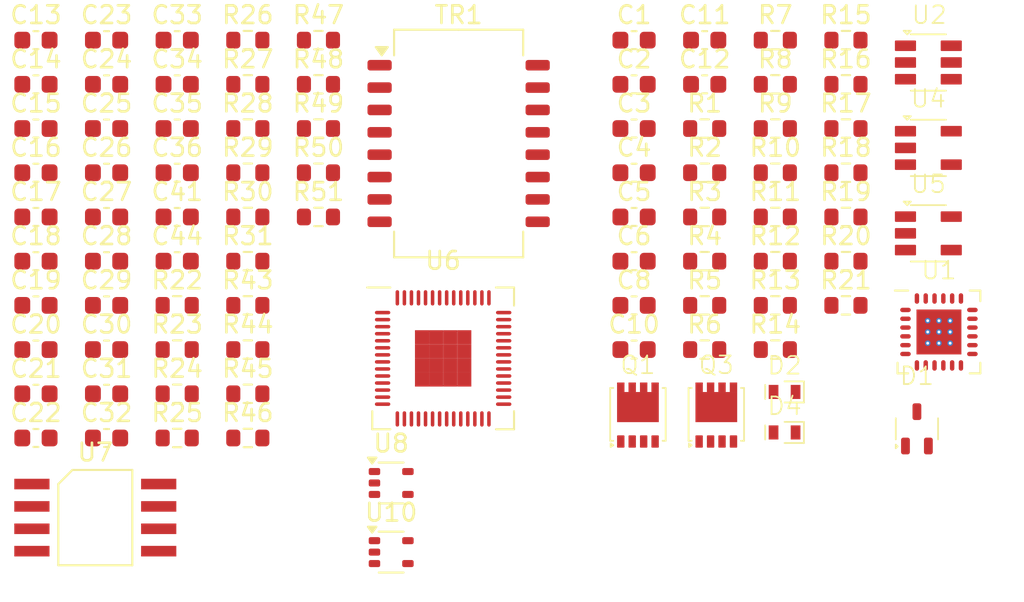
<source format=kicad_pcb>
(kicad_pcb
	(version 20241229)
	(generator "pcbnew")
	(generator_version "9.0")
	(general
		(thickness 1.6)
		(legacy_teardrops no)
	)
	(paper "A4")
	(layers
		(0 "F.Cu" signal)
		(2 "B.Cu" signal)
		(9 "F.Adhes" user "F.Adhesive")
		(11 "B.Adhes" user "B.Adhesive")
		(13 "F.Paste" user)
		(15 "B.Paste" user)
		(5 "F.SilkS" user "F.Silkscreen")
		(7 "B.SilkS" user "B.Silkscreen")
		(1 "F.Mask" user)
		(3 "B.Mask" user)
		(17 "Dwgs.User" user "User.Drawings")
		(19 "Cmts.User" user "User.Comments")
		(21 "Eco1.User" user "User.Eco1")
		(23 "Eco2.User" user "User.Eco2")
		(25 "Edge.Cuts" user)
		(27 "Margin" user)
		(31 "F.CrtYd" user "F.Courtyard")
		(29 "B.CrtYd" user "B.Courtyard")
		(35 "F.Fab" user)
		(33 "B.Fab" user)
		(39 "User.1" user)
		(41 "User.2" user)
		(43 "User.3" user)
		(45 "User.4" user)
		(47 "User.5" user)
		(49 "User.6" user)
		(51 "User.7" user)
		(53 "User.8" user)
		(55 "User.9" user)
	)
	(setup
		(pad_to_mask_clearance 0)
		(allow_soldermask_bridges_in_footprints no)
		(tenting front back)
		(pcbplotparams
			(layerselection 0x00000000_00000000_55555555_5755f5ff)
			(plot_on_all_layers_selection 0x00000000_00000000_00000000_00000000)
			(disableapertmacros no)
			(usegerberextensions no)
			(usegerberattributes yes)
			(usegerberadvancedattributes yes)
			(creategerberjobfile yes)
			(dashed_line_dash_ratio 12.000000)
			(dashed_line_gap_ratio 3.000000)
			(svgprecision 4)
			(plotframeref no)
			(mode 1)
			(useauxorigin no)
			(hpglpennumber 1)
			(hpglpenspeed 20)
			(hpglpendiameter 15.000000)
			(pdf_front_fp_property_popups yes)
			(pdf_back_fp_property_popups yes)
			(pdf_metadata yes)
			(pdf_single_document no)
			(dxfpolygonmode yes)
			(dxfimperialunits yes)
			(dxfusepcbnewfont yes)
			(psnegative no)
			(psa4output no)
			(plot_black_and_white yes)
			(plotinvisibletext no)
			(sketchpadsonfab no)
			(plotpadnumbers no)
			(hidednponfab no)
			(sketchdnponfab yes)
			(crossoutdnponfab yes)
			(subtractmaskfromsilk no)
			(outputformat 1)
			(mirror no)
			(drillshape 1)
			(scaleselection 1)
			(outputdirectory "")
		)
	)
	(net 0 "")
	(net 1 "GND")
	(net 2 "/Power/2v7")
	(net 3 "Net-(U1-VREG_1V2)")
	(net 4 "Net-(U1-VDD)")
	(net 5 "/Power/Vbus")
	(net 6 "Net-(D3-K)")
	(net 7 "Net-(C6-Pad1)")
	(net 8 "+VDC")
	(net 9 "Net-(U2-SW)")
	(net 10 "Net-(U2-CB)")
	(net 11 "+3V3")
	(net 12 "Net-(U6-Xin)")
	(net 13 "Net-(C14-Pad2)")
	(net 14 "+1V1")
	(net 15 "Net-(U3-Vdd)")
	(net 16 "Net-(U3-Vcap)")
	(net 17 "Net-(U3-OSC1)")
	(net 18 "Net-(C36-Pad1)")
	(net 19 "/Power/CC2")
	(net 20 "/Power/CC1")
	(net 21 "Net-(Q1-Pad4)")
	(net 22 "Net-(U1-ADDR0)")
	(net 23 "Net-(U1-ADDR1)")
	(net 24 "Net-(U1-VBUS_VS_DISCH)")
	(net 25 "Net-(Q2-D)")
	(net 26 "/Power/DISCH")
	(net 27 "SCL")
	(net 28 "SDA")
	(net 29 "RESET")
	(net 30 "Net-(U2-FB)")
	(net 31 "Net-(Q4-D)")
	(net 32 "Net-(Q4-G)")
	(net 33 "Discharge")
	(net 34 "Net-(Q2-G)")
	(net 35 "Net-(R20-Pad2)")
	(net 36 "Net-(U1-VBUS_EN_SNK)")
	(net 37 "D-")
	(net 38 "Net-(J2-D--PadA7)")
	(net 39 "D+")
	(net 40 "Net-(J2-D+-PadA6)")
	(net 41 "Net-(U6-Xout)")
	(net 42 "Net-(U6-QSPI_SS_N)")
	(net 43 "USB_Boot")
	(net 44 "Net-(U3-~{INT}{slash}SPISEL)")
	(net 45 "Net-(U3-PSPCFG0)")
	(net 46 "Net-(U3-Rbias)")
	(net 47 "Net-(U3-OSC2)")
	(net 48 "Net-(J3-Pin_5)")
	(net 49 "Net-(U8-+)")
	(net 50 "Net-(J3-Pin_4)")
	(net 51 "Net-(J4-Pin_1)")
	(net 52 "Net-(J4-Pin_3)")
	(net 53 "Net-(U10-+)")
	(net 54 "Net-(J4-Pin_2)")
	(net 55 "Net-(U6-SWCLK)")
	(net 56 "Net-(J4-Pin_4)")
	(net 57 "Net-(TR1-TX-)")
	(net 58 "unconnected-(TR1-NC-Pad5)")
	(net 59 "unconnected-(TR1-NC-Pad12)")
	(net 60 "Net-(TR1-RX+)")
	(net 61 "Net-(TR1-RX-)")
	(net 62 "MAG_IN-")
	(net 63 "MAG_OUT_Center")
	(net 64 "MAG_IN_Center")
	(net 65 "Net-(TR1-TX+)")
	(net 66 "MAG_OUT-")
	(net 67 "Net-(TR1-C_TX)")
	(net 68 "unconnected-(TR1-NC-Pad13)")
	(net 69 "MAG_IN+")
	(net 70 "Net-(TR1-C_RX)")
	(net 71 "unconnected-(TR1-NC-Pad4)")
	(net 72 "MAG_OUT+")
	(net 73 "unconnected-(U1-Attach-Pad11)")
	(net 74 "ALERT")
	(net 75 "unconnected-(U1-POWER_OK2-Pad20)")
	(net 76 "unconnected-(U1-POWER_OK3-Pad14)")
	(net 77 "unconnected-(U1-GPIO-Pad15)")
	(net 78 "unconnected-(U1-NC-Pad3)")
	(net 79 "unconnected-(U1-A_B_SIDE-Pad17)")
	(net 80 "Net-(U4-Pad4)")
	(net 81 "Enable")
	(net 82 "Net-(U3-SI{slash}RD{slash}R~{W})")
	(net 83 "Net-(U3-SO{slash}WR{slash}EN)")
	(net 84 "Net-(U3-AD6)")
	(net 85 "Net-(U3-~{CS}{slash}CS)")
	(net 86 "Net-(U3-AD4)")
	(net 87 "Net-(U3-SCK{slash}AL)")
	(net 88 "Net-(U3-AD1)")
	(net 89 "Net-(U3-AD2)")
	(net 90 "Net-(U3-AD13)")
	(net 91 "CLK_LED")
	(net 92 "MEAS_2")
	(net 93 "Net-(U3-AD14)")
	(net 94 "Net-(U3-AD12)")
	(net 95 "Net-(U6-QSPI_SCLK)")
	(net 96 "Net-(U3-AD7)")
	(net 97 "Net-(U6-QSPI_SD2)")
	(net 98 "Net-(U6-QSPI_SD3)")
	(net 99 "Net-(U6-QSPI_SD1)")
	(net 100 "Net-(U3-AD3)")
	(net 101 "MEAS_1")
	(net 102 "DATA_LED")
	(net 103 "Net-(U3-AD8)")
	(net 104 "Net-(U3-AD0)")
	(net 105 "Net-(U3-AD5)")
	(net 106 "Net-(U3-AD11)")
	(net 107 "Net-(U3-AD9)")
	(net 108 "Net-(U6-QSPI_SD0)")
	(net 109 "Net-(U3-AD10)")
	(footprint "Resistor_SMD:R_0603_1608Metric" (layer "F.Cu") (at 111.495 45.775))
	(footprint "Capacitor_SMD:C_0603_1608Metric" (layer "F.Cu") (at 73.525 43.265))
	(footprint "Resistor_SMD:R_0603_1608Metric" (layer "F.Cu") (at 103.475 48.285))
	(footprint "Capacitor_SMD:C_0603_1608Metric" (layer "F.Cu") (at 103.475 43.265))
	(footprint "Resistor_SMD:R_0603_1608Metric" (layer "F.Cu") (at 77.535 45.775))
	(footprint "Package_TO_SOT_SMD:SOT-353_SC-70-5" (layer "F.Cu") (at 85.675 65.9))
	(footprint "Resistor_SMD:R_0603_1608Metric" (layer "F.Cu") (at 77.535 60.835))
	(footprint "Resistor_SMD:R_0603_1608Metric" (layer "F.Cu") (at 111.495 43.265))
	(footprint "Resistor_SMD:R_0603_1608Metric" (layer "F.Cu") (at 107.485 48.285))
	(footprint "Resistor_SMD:R_0603_1608Metric" (layer "F.Cu") (at 111.495 53.305))
	(footprint "Resistor_SMD:R_0603_1608Metric" (layer "F.Cu") (at 81.545 43.265))
	(footprint "Transformer_SMD:Transformer_Ethernet_Halo_N5_SO-16_7.11x12.7mm" (layer "F.Cu") (at 89.505 46.625))
	(footprint "Resistor_SMD:R_0603_1608Metric" (layer "F.Cu") (at 81.545 40.755))
	(footprint "Resistor_SMD:R_0603_1608Metric" (layer "F.Cu") (at 77.535 53.305))
	(footprint "Capacitor_SMD:C_0603_1608Metric" (layer "F.Cu") (at 65.505 50.795))
	(footprint "Resistor_SMD:R_0603_1608Metric" (layer "F.Cu") (at 77.535 55.815))
	(footprint "Capacitor_SMD:C_0603_1608Metric" (layer "F.Cu") (at 69.515 50.795))
	(footprint "Capacitor_SMD:C_0603_1608Metric" (layer "F.Cu") (at 65.505 53.305))
	(footprint "Resistor_SMD:R_0603_1608Metric" (layer "F.Cu") (at 77.535 50.795))
	(footprint "Capacitor_SMD:C_0603_1608Metric" (layer "F.Cu") (at 99.465 45.775))
	(footprint "Resistor_SMD:R_0603_1608Metric" (layer "F.Cu") (at 81.545 45.775))
	(footprint "Capacitor_SMD:C_0603_1608Metric" (layer "F.Cu") (at 73.525 50.795))
	(footprint "Pyllr_Package_SON:PowerDI3333-8-UX" (layer "F.Cu") (at 99.685 62.005))
	(footprint "Capacitor_SMD:C_0603_1608Metric" (layer "F.Cu") (at 69.515 55.815))
	(footprint "Pyllr_Package_SO:SOIC-8_5.28x5.28mm_P1.27mm" (layer "F.Cu") (at 68.875 67.865))
	(footprint "Resistor_SMD:R_0603_1608Metric" (layer "F.Cu") (at 81.545 48.285))
	(footprint "Pyllr_Package_DFN_QFN:QFN-2L" (layer "F.Cu") (at 108.01 63.03))
	(footprint "Resistor_SMD:R_0603_1608Metric" (layer "F.Cu") (at 73.525 60.835))
	(footprint "Capacitor_SMD:C_0603_1608Metric" (layer "F.Cu") (at 69.515 58.325))
	(footprint "Capacitor_SMD:C_0603_1608Metric" (layer "F.Cu") (at 69.515 43.265))
	(footprint "Capacitor_SMD:C_0603_1608Metric" (layer "F.Cu") (at 65.505 55.815))
	(footprint "Capacitor_SMD:C_0603_1608Metric" (layer "F.Cu") (at 99.465 48.285))
	(footprint "Capacitor_SMD:C_0603_1608Metric" (layer "F.Cu") (at 73.525 53.305))
	(footprint "Resistor_SMD:R_0603_1608Metric" (layer "F.Cu") (at 103.475 50.795))
	(footprint "Resistor_SMD:R_0603_1608Metric" (layer "F.Cu") (at 73.525 63.345))
	(footprint "Capacitor_SMD:C_0603_1608Metric" (layer "F.Cu") (at 69.515 45.775))
	(footprint "Resistor_SMD:R_0603_1608Metric" (layer "F.Cu") (at 77.535 48.285))
	(footprint "Resistor_SMD:R_0603_1608Metric" (layer "F.Cu") (at 107.485 53.305))
	(footprint "Capacitor_SMD:C_0603_1608Metric" (layer "F.Cu") (at 99.465 50.795))
	(footprint "Resistor_SMD:R_0603_1608Metric" (layer "F.Cu") (at 73.525 55.815))
	(footprint "Package_TO_SOT_SMD:SOT-353_SC-70-5" (layer "F.Cu") (at 85.675 69.825))
	(footprint "Pyllr_Package_TO_SOT_SMD:SOT23-5_2.6W" (layer "F.Cu") (at 116.175 51.725))
	(footprint "Resistor_SMD:R_0603_1608Metric" (layer "F.Cu") (at 107.485 58.325))
	(footprint "Resistor_SMD:R_0603_1608Metric" (layer "F.Cu") (at 111.495 55.815))
	(footprint "Resistor_SMD:R_0603_1608Metric" (layer "F.Cu") (at 103.475 53.305))
	(footprint "Resistor_SMD:R_0603_1608Metric"
		(layer "F.Cu")
		(uuid "787bd06e-e887-4911-a720-ea9a36eff325")
		(at 73.525 58.325)
		(descr "Resistor SMD 0603 (1608 Metric), square (rectangular) end terminal, IPC_7351 nominal, (Body size source: IPC-SM-782 page 72, https://www.pcb-3d.com/wordpress/wp-content/uploads/ipc-sm-782a_amendment_1_and_2.pdf), generated with kicad-footprint-generator")
		(tags "resistor")
		(property "Reference" "R23"
			(at 0 -1.43 0)
			(layer "F.SilkS")
			(uuid "a16488f8-5daf-4618-9eea-6bacac2a52d4")
			(effects
				(font
					(size 1 1)
					(thickness 0.15)
				)
			)
		)
		(property "Value" "R"
			(at 0 1.43 0)
			(layer "F.Fab")
			(uuid "a935b294-ffb9-4d43-9a66-b94351cce985")
			(effects
				(font
					(size 1 1)
					(thickness 0.15)
				)
			)
		)
		(property "Datasheet" ""
			(at 0 0 0)
			(unlocked yes)
			(layer "F.Fab")
			(hide yes)
			(uuid "78c3923a-0b01-40e0-83f5-0b5daa8b4661")
			(effects
				(font
					(size 1.27 1.27)
					(thickness 0.15)
				)
			)
		)
		(property "Description" "Resistor"
			(at 0 0 0)
			(unlocked yes)
			(layer "F.Fab")
			(hide yes)
			(uuid "4b01b49d-2332-41ee-beb0-3a128149986c")
			(effects
				(font
					(size 1.27 1.27)
					(thickness 0.15)
				)
			)
		)
		(property ki_fp_filters "R_*")
		(path "/85c1b31b-73e0-4ded-8b9c-7f764811f313")
		(sheetname "Root")
		(sheetfile "Ethy.kicad_sch")
		(attr smd)
		(fp_line
			(st
... [217408 chars truncated]
</source>
